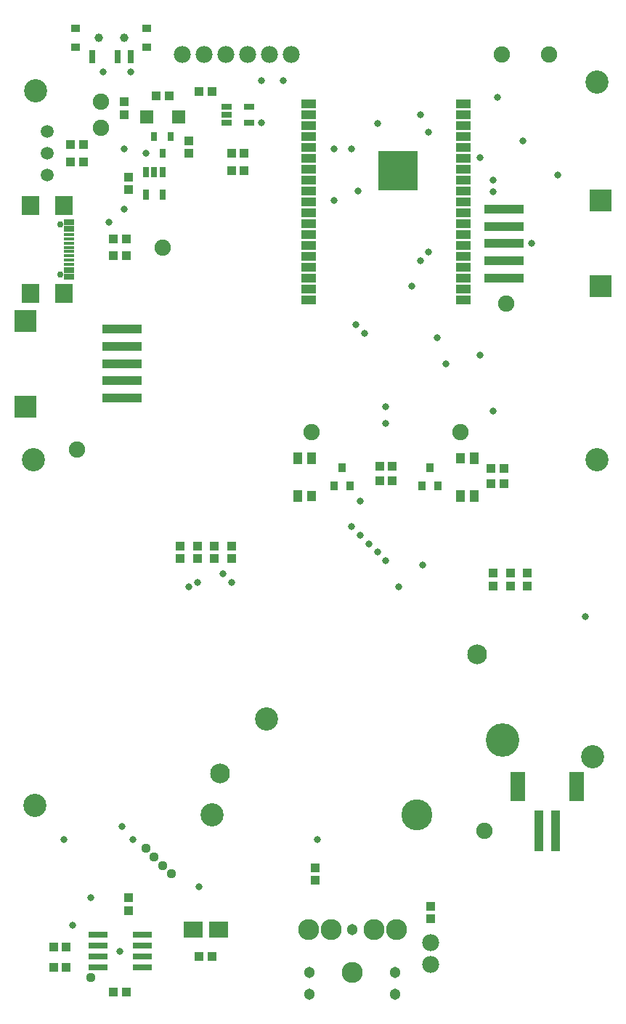
<source format=gbs>
G04 EAGLE Gerber RS-274X export*
G75*
%MOMM*%
%FSLAX34Y34*%
%LPD*%
%INBottom Solder Mask*%
%IPPOS*%
%AMOC8*
5,1,8,0,0,1.08239X$1,22.5*%
G01*
%ADD10R,1.001600X1.001600*%
%ADD11R,0.801600X1.601600*%
%ADD12R,1.101600X0.901600*%
%ADD13C,1.001600*%
%ADD14R,0.651600X1.301600*%
%ADD15R,1.301600X0.651600*%
%ADD16R,1.501600X1.501600*%
%ADD17R,0.736600X1.117600*%
%ADD18C,1.501600*%
%ADD19R,0.901600X1.001600*%
%ADD20R,1.101600X1.401600*%
%ADD21R,1.101600X1.301600*%
%ADD22C,1.901600*%
%ADD23R,4.601600X1.101600*%
%ADD24R,2.501600X2.501600*%
%ADD25R,1.101600X4.701600*%
%ADD26R,1.701600X3.501600*%
%ADD27R,2.301600X0.701600*%
%ADD28C,1.981200*%
%ADD29R,2.251600X1.901600*%
%ADD30C,2.438400*%
%ADD31C,1.301600*%
%ADD32R,1.801600X1.001600*%
%ADD33R,4.601600X4.601600*%
%ADD34C,2.701600*%
%ADD35C,3.901600*%
%ADD36C,2.301600*%
%ADD37C,3.601600*%
%ADD38R,1.251600X0.701600*%
%ADD39R,1.251600X0.401600*%
%ADD40R,2.101600X2.281600*%
%ADD41C,0.751600*%
%ADD42C,0.808000*%
%ADD43C,1.117600*%


D10*
X62500Y1005000D03*
X77500Y1005000D03*
D11*
X87500Y1107500D03*
X117500Y1107500D03*
D12*
X68500Y1119000D03*
X68500Y1141000D03*
X151500Y1141000D03*
X151500Y1119000D03*
D11*
X132500Y1107500D03*
D13*
X95000Y1130000D03*
X125000Y1130000D03*
D14*
X150500Y973001D03*
X160000Y973001D03*
X169500Y973001D03*
X169500Y946999D03*
X150500Y946999D03*
D10*
X200000Y995000D03*
X200000Y1010000D03*
X130000Y967500D03*
X130000Y952500D03*
X177500Y1062500D03*
X162500Y1062500D03*
X265000Y975000D03*
X250000Y975000D03*
X265000Y995000D03*
X250000Y995000D03*
D15*
X244499Y1030500D03*
X244499Y1040000D03*
X244499Y1049500D03*
X270501Y1049500D03*
X270501Y1030500D03*
D16*
X151500Y1037500D03*
X188500Y1037500D03*
D10*
X212500Y1067500D03*
X227500Y1067500D03*
D17*
X160000Y1015000D03*
X179000Y1015000D03*
X169500Y995000D03*
D10*
X125000Y1055000D03*
X125000Y1040000D03*
D18*
X35000Y969600D03*
X35000Y995000D03*
X35000Y1020400D03*
D19*
X490650Y607500D03*
X471650Y607500D03*
X481150Y628500D03*
X388350Y607500D03*
X369350Y607500D03*
X378850Y628500D03*
D10*
X437500Y630000D03*
X422500Y630000D03*
X422500Y613650D03*
X437500Y613650D03*
X552500Y627500D03*
X567500Y627500D03*
D20*
X533000Y639800D03*
X533000Y595200D03*
X517000Y595200D03*
D21*
X517000Y639800D03*
D20*
X327000Y595200D03*
X327000Y639800D03*
X343000Y639800D03*
D21*
X343000Y595200D03*
D22*
X97500Y1055000D03*
X565000Y1110000D03*
X620000Y1110000D03*
X170000Y885000D03*
X97500Y1025000D03*
X545000Y205000D03*
X517000Y670000D03*
X343000Y670000D03*
D23*
X567500Y850000D03*
X567500Y870000D03*
X567500Y890000D03*
X567500Y910000D03*
X567500Y930000D03*
D24*
X680000Y840000D03*
X680000Y940000D03*
D10*
X77500Y985000D03*
X62500Y985000D03*
D25*
X628000Y205000D03*
X608000Y205000D03*
D26*
X652000Y257000D03*
X584000Y257000D03*
D10*
X127500Y17500D03*
X112500Y17500D03*
X347500Y147500D03*
X347500Y162500D03*
X210000Y537500D03*
X210000Y522500D03*
X250000Y537500D03*
X250000Y522500D03*
X190000Y537500D03*
X190000Y522500D03*
X230000Y537500D03*
X230000Y522500D03*
D27*
X94000Y45950D03*
X94000Y58650D03*
X94000Y71350D03*
X94000Y84050D03*
X146000Y84050D03*
X146000Y71350D03*
X146000Y58650D03*
X146000Y45950D03*
D10*
X57500Y70000D03*
X42500Y70000D03*
X212500Y58650D03*
X227500Y58650D03*
X57500Y45950D03*
X42500Y45950D03*
D28*
X482500Y75000D03*
X482500Y49600D03*
D29*
X205250Y90000D03*
X234750Y90000D03*
D10*
X130000Y112500D03*
X130000Y127500D03*
X482500Y117500D03*
X482500Y102500D03*
D30*
X391000Y40000D03*
X340000Y90000D03*
X442000Y90000D03*
X416000Y90000D03*
X366000Y90000D03*
D31*
X341000Y40000D03*
X341000Y15000D03*
X441000Y15000D03*
X441000Y40000D03*
X391000Y90000D03*
D23*
X122500Y790000D03*
X122500Y770000D03*
X122500Y750000D03*
X122500Y730000D03*
X122500Y710000D03*
D24*
X10000Y800000D03*
X10000Y700000D03*
D32*
X340000Y824000D03*
X520000Y824000D03*
X520000Y1027200D03*
X520000Y1052600D03*
D33*
X443800Y974700D03*
D32*
X340000Y1052600D03*
X520000Y874800D03*
X340000Y887500D03*
X340000Y874800D03*
X340000Y900200D03*
X340000Y938300D03*
X520000Y887500D03*
X520000Y862100D03*
X520000Y900200D03*
X340000Y862100D03*
X340000Y951000D03*
X340000Y963700D03*
X340000Y989100D03*
X340000Y1027200D03*
X340000Y1039900D03*
X520000Y938300D03*
X520000Y925600D03*
X520000Y912900D03*
X520000Y963700D03*
X520000Y951000D03*
X520000Y989100D03*
X520000Y976400D03*
X340000Y976400D03*
X340000Y912900D03*
X340000Y925600D03*
X340000Y1001800D03*
X340000Y836700D03*
X340000Y849400D03*
X520000Y849400D03*
X520000Y836700D03*
X520000Y1001800D03*
X520000Y1014500D03*
X340000Y1014500D03*
X520000Y1039900D03*
D10*
X567500Y610000D03*
X552500Y610000D03*
D22*
X70000Y650000D03*
X570000Y820000D03*
D10*
X555000Y505500D03*
X555000Y490500D03*
X575000Y490500D03*
X575000Y505500D03*
X595000Y490500D03*
X595000Y505500D03*
D34*
X676000Y1078000D03*
X21500Y1068000D03*
X19000Y638000D03*
X676000Y638000D03*
X671000Y291500D03*
D35*
X566000Y311000D03*
D36*
X536000Y411000D03*
D34*
X291000Y336000D03*
D36*
X237000Y272000D03*
D34*
X227000Y224000D03*
X20500Y235000D03*
D37*
X466000Y224000D03*
D38*
X60750Y851000D03*
X60750Y859000D03*
X60750Y907000D03*
X60750Y915000D03*
D39*
X60750Y865500D03*
X60750Y900500D03*
X60750Y870500D03*
X60750Y895500D03*
X60750Y875500D03*
X60750Y890500D03*
X60750Y880500D03*
X60750Y885500D03*
D40*
X55000Y831900D03*
X55000Y934100D03*
X15700Y831900D03*
X15700Y934100D03*
D41*
X50000Y854100D03*
X50000Y911900D03*
D28*
X320000Y1110000D03*
X294600Y1110000D03*
X269200Y1110000D03*
X243800Y1110000D03*
X218400Y1110000D03*
X193000Y1110000D03*
D10*
X127500Y895500D03*
X112500Y895500D03*
X127500Y875500D03*
X112500Y875500D03*
D42*
X555000Y695000D03*
X472500Y515000D03*
X662500Y455000D03*
X212500Y140000D03*
X120000Y65000D03*
X65000Y95000D03*
X107500Y915000D03*
X285000Y1030500D03*
D43*
X86000Y34000D03*
D42*
X470000Y1040000D03*
X122500Y210000D03*
X86000Y127500D03*
X390000Y1000000D03*
X430000Y700000D03*
X285000Y1080000D03*
X370000Y940000D03*
X397200Y951000D03*
D43*
X160000Y175000D03*
D42*
X410000Y540000D03*
X500000Y750000D03*
D43*
X150000Y185000D03*
D42*
X400000Y550000D03*
X490000Y780000D03*
X370000Y1000000D03*
D43*
X180000Y155000D03*
D42*
X430000Y520000D03*
X480000Y1020000D03*
X420000Y1030000D03*
D43*
X170000Y165000D03*
D42*
X420000Y530000D03*
X55000Y195000D03*
X135000Y195000D03*
X390000Y560000D03*
X480000Y880000D03*
X540000Y760000D03*
X555000Y963700D03*
X555000Y950000D03*
X200000Y490000D03*
X395000Y795000D03*
X470000Y870000D03*
X240000Y505000D03*
X405000Y785000D03*
X460000Y840000D03*
X350000Y195000D03*
X540000Y990000D03*
X125000Y1000000D03*
X125000Y930000D03*
X430000Y680000D03*
X400000Y590000D03*
X445000Y490000D03*
X150000Y995000D03*
X100000Y1090000D03*
X132500Y1090000D03*
X600000Y890000D03*
X310000Y1080000D03*
X560000Y1060000D03*
X210000Y495000D03*
X250000Y495000D03*
X590000Y1010000D03*
X630000Y970000D03*
M02*

</source>
